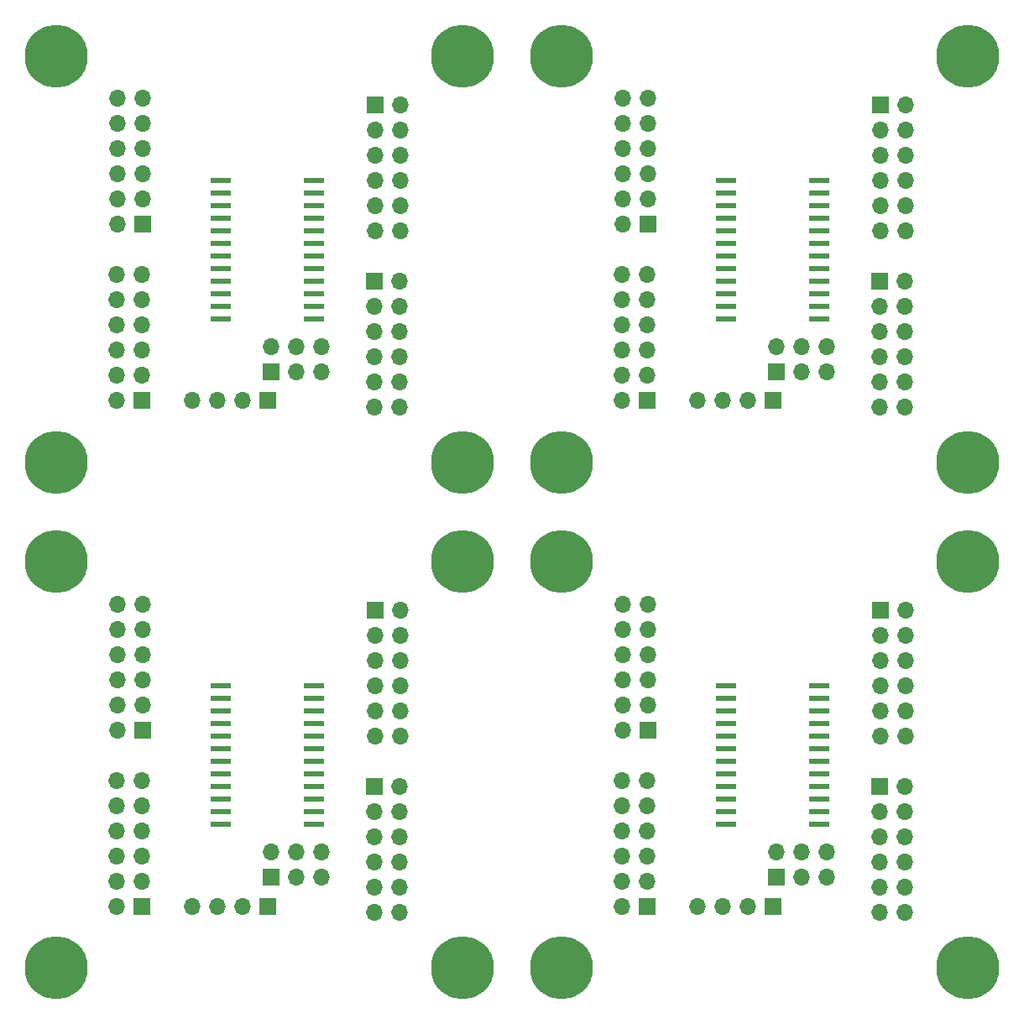
<source format=gts>
%MOIN*%
%OFA0B0*%
%FSLAX46Y46*%
%IPPOS*%
%LPD*%
%ADD10C,0.25*%
%ADD11R,0.066929133858267723X0.066929133858267723*%
%ADD12O,0.066929133858267723X0.066929133858267723*%
%ADD13R,0.07874015748031496X0.023622047244094488*%
%ADD24C,0.25*%
%ADD25R,0.066929133858267723X0.066929133858267723*%
%ADD26O,0.066929133858267723X0.066929133858267723*%
%ADD27R,0.07874015748031496X0.023622047244094488*%
%ADD28C,0.25*%
%ADD29R,0.066929133858267723X0.066929133858267723*%
%ADD30O,0.066929133858267723X0.066929133858267723*%
%ADD31R,0.07874015748031496X0.023622047244094488*%
%ADD32C,0.25*%
%ADD33R,0.066929133858267723X0.066929133858267723*%
%ADD34O,0.066929133858267723X0.066929133858267723*%
%ADD35R,0.07874015748031496X0.023622047244094488*%
G01*
D10*
X-0006102362Y0005078740D02*
X0000157480Y0001771653D03*
X0001771653Y0001771653D03*
X0000157480Y0000157480D03*
X0001771653Y0000157480D03*
D11*
X0000997637Y0000403740D03*
D12*
X0000897637Y0000403740D03*
X0000797637Y0000403740D03*
X0000697637Y0000403740D03*
D11*
X0001012637Y0000518740D03*
D12*
X0001012637Y0000618740D03*
X0001112637Y0000518740D03*
X0001112637Y0000618740D03*
X0001212637Y0000518740D03*
X0001212637Y0000618740D03*
D13*
X0001182677Y0000728740D03*
X0001182677Y0000778740D03*
X0001182677Y0000828740D03*
X0001182677Y0000878740D03*
X0001182677Y0000928740D03*
X0001182677Y0000978740D03*
X0001182677Y0001028740D03*
X0001182677Y0001078740D03*
X0001182677Y0001128740D03*
X0001182677Y0001178740D03*
X0001182677Y0001228740D03*
X0001182677Y0001278740D03*
X0000812598Y0001278740D03*
X0000812598Y0001228740D03*
X0000812598Y0001178740D03*
X0000812598Y0001128740D03*
X0000812598Y0001078740D03*
X0000812598Y0001028740D03*
X0000812598Y0000978740D03*
X0000812598Y0000928740D03*
X0000812598Y0000878740D03*
X0000812598Y0000828740D03*
X0000812598Y0000778740D03*
X0000812598Y0000728740D03*
D11*
X0001425196Y0001578740D03*
D12*
X0001525196Y0001578740D03*
X0001425196Y0001478740D03*
X0001525196Y0001478740D03*
X0001425196Y0001378740D03*
X0001525196Y0001378740D03*
X0001425196Y0001278740D03*
X0001525196Y0001278740D03*
X0001425196Y0001178740D03*
X0001525196Y0001178740D03*
X0001425196Y0001078740D03*
X0001525196Y0001078740D03*
D11*
X0000497637Y0000403740D03*
D12*
X0000397637Y0000403740D03*
X0000497637Y0000503740D03*
X0000397637Y0000503740D03*
X0000497637Y0000603740D03*
X0000397637Y0000603740D03*
X0000497637Y0000703740D03*
X0000397637Y0000703740D03*
X0000497637Y0000803740D03*
X0000397637Y0000803740D03*
X0000497637Y0000903740D03*
X0000397637Y0000903740D03*
D11*
X0001422637Y0000878740D03*
D12*
X0001522637Y0000878740D03*
X0001422637Y0000778740D03*
X0001522637Y0000778740D03*
X0001422637Y0000678740D03*
X0001522637Y0000678740D03*
X0001422637Y0000578740D03*
X0001522637Y0000578740D03*
X0001422637Y0000478740D03*
X0001522637Y0000478740D03*
X0001422637Y0000378740D03*
X0001522637Y0000378740D03*
D11*
X0000502637Y0001103740D03*
D12*
X0000402637Y0001103740D03*
X0000502637Y0001203740D03*
X0000402637Y0001203740D03*
X0000502637Y0001303740D03*
X0000402637Y0001303740D03*
X0000502637Y0001403740D03*
X0000402637Y0001403740D03*
X0000502637Y0001503740D03*
X0000402637Y0001503740D03*
X0000502637Y0001603740D03*
X0000402637Y0001603740D03*
G04 next file*
G04 Gerber Fmt 4.6, Leading zero omitted, Abs format (unit mm)*
G04 Created by KiCad (PCBNEW (6.0.1)) date 2022-05-17 18:17:59*
G01*
G04 APERTURE LIST*
G04 APERTURE END LIST*
D24*
X-0004094488Y0005078740D02*
X0002165354Y0001771653D03*
X0003779527Y0001771653D03*
X0002165354Y0000157480D03*
X0003779527Y0000157480D03*
D25*
X0003005511Y0000403740D03*
D26*
X0002905511Y0000403740D03*
X0002805511Y0000403740D03*
X0002705511Y0000403740D03*
D25*
X0003020511Y0000518740D03*
D26*
X0003020511Y0000618740D03*
X0003120511Y0000518740D03*
X0003120511Y0000618740D03*
X0003220511Y0000518740D03*
X0003220511Y0000618740D03*
D27*
X0003190551Y0000728740D03*
X0003190551Y0000778740D03*
X0003190551Y0000828740D03*
X0003190551Y0000878740D03*
X0003190551Y0000928740D03*
X0003190551Y0000978740D03*
X0003190551Y0001028740D03*
X0003190551Y0001078740D03*
X0003190551Y0001128740D03*
X0003190551Y0001178740D03*
X0003190551Y0001228740D03*
X0003190551Y0001278740D03*
X0002820472Y0001278740D03*
X0002820472Y0001228740D03*
X0002820472Y0001178740D03*
X0002820472Y0001128740D03*
X0002820472Y0001078740D03*
X0002820472Y0001028740D03*
X0002820472Y0000978740D03*
X0002820472Y0000928740D03*
X0002820472Y0000878740D03*
X0002820472Y0000828740D03*
X0002820472Y0000778740D03*
X0002820472Y0000728740D03*
D25*
X0003433070Y0001578740D03*
D26*
X0003533070Y0001578740D03*
X0003433070Y0001478740D03*
X0003533070Y0001478740D03*
X0003433070Y0001378740D03*
X0003533070Y0001378740D03*
X0003433070Y0001278740D03*
X0003533070Y0001278740D03*
X0003433070Y0001178740D03*
X0003533070Y0001178740D03*
X0003433070Y0001078740D03*
X0003533070Y0001078740D03*
D25*
X0002505511Y0000403740D03*
D26*
X0002405511Y0000403740D03*
X0002505511Y0000503740D03*
X0002405511Y0000503740D03*
X0002505511Y0000603740D03*
X0002405511Y0000603740D03*
X0002505511Y0000703740D03*
X0002405511Y0000703740D03*
X0002505511Y0000803740D03*
X0002405511Y0000803740D03*
X0002505511Y0000903740D03*
X0002405511Y0000903740D03*
D25*
X0003430511Y0000878740D03*
D26*
X0003530511Y0000878740D03*
X0003430511Y0000778740D03*
X0003530511Y0000778740D03*
X0003430511Y0000678740D03*
X0003530511Y0000678740D03*
X0003430511Y0000578740D03*
X0003530511Y0000578740D03*
X0003430511Y0000478740D03*
X0003530511Y0000478740D03*
X0003430511Y0000378740D03*
X0003530511Y0000378740D03*
D25*
X0002510511Y0001103740D03*
D26*
X0002410511Y0001103740D03*
X0002510511Y0001203740D03*
X0002410511Y0001203740D03*
X0002510511Y0001303740D03*
X0002410511Y0001303740D03*
X0002510511Y0001403740D03*
X0002410511Y0001403740D03*
X0002510511Y0001503740D03*
X0002410511Y0001503740D03*
X0002510511Y0001603740D03*
X0002410511Y0001603740D03*
G04 next file*
G04 Gerber Fmt 4.6, Leading zero omitted, Abs format (unit mm)*
G04 Created by KiCad (PCBNEW (6.0.1)) date 2022-05-17 18:17:59*
G01*
G04 APERTURE LIST*
G04 APERTURE END LIST*
D28*
X-0006102362Y0007086614D02*
X0000157480Y0003779527D03*
X0001771653Y0003779527D03*
X0000157480Y0002165354D03*
X0001771653Y0002165354D03*
D29*
X0000997637Y0002411614D03*
D30*
X0000897637Y0002411614D03*
X0000797637Y0002411614D03*
X0000697637Y0002411614D03*
D29*
X0001012637Y0002526614D03*
D30*
X0001012637Y0002626614D03*
X0001112637Y0002526614D03*
X0001112637Y0002626614D03*
X0001212637Y0002526614D03*
X0001212637Y0002626614D03*
D31*
X0001182677Y0002736614D03*
X0001182677Y0002786614D03*
X0001182677Y0002836614D03*
X0001182677Y0002886614D03*
X0001182677Y0002936614D03*
X0001182677Y0002986614D03*
X0001182677Y0003036614D03*
X0001182677Y0003086614D03*
X0001182677Y0003136614D03*
X0001182677Y0003186614D03*
X0001182677Y0003236614D03*
X0001182677Y0003286614D03*
X0000812598Y0003286614D03*
X0000812598Y0003236614D03*
X0000812598Y0003186614D03*
X0000812598Y0003136614D03*
X0000812598Y0003086614D03*
X0000812598Y0003036614D03*
X0000812598Y0002986614D03*
X0000812598Y0002936614D03*
X0000812598Y0002886614D03*
X0000812598Y0002836614D03*
X0000812598Y0002786614D03*
X0000812598Y0002736614D03*
D29*
X0001425196Y0003586614D03*
D30*
X0001525196Y0003586614D03*
X0001425196Y0003486614D03*
X0001525196Y0003486614D03*
X0001425196Y0003386614D03*
X0001525196Y0003386614D03*
X0001425196Y0003286614D03*
X0001525196Y0003286614D03*
X0001425196Y0003186614D03*
X0001525196Y0003186614D03*
X0001425196Y0003086614D03*
X0001525196Y0003086614D03*
D29*
X0000497637Y0002411614D03*
D30*
X0000397637Y0002411614D03*
X0000497637Y0002511614D03*
X0000397637Y0002511614D03*
X0000497637Y0002611614D03*
X0000397637Y0002611614D03*
X0000497637Y0002711614D03*
X0000397637Y0002711614D03*
X0000497637Y0002811614D03*
X0000397637Y0002811614D03*
X0000497637Y0002911614D03*
X0000397637Y0002911614D03*
D29*
X0001422637Y0002886614D03*
D30*
X0001522637Y0002886614D03*
X0001422637Y0002786614D03*
X0001522637Y0002786614D03*
X0001422637Y0002686614D03*
X0001522637Y0002686614D03*
X0001422637Y0002586614D03*
X0001522637Y0002586614D03*
X0001422637Y0002486614D03*
X0001522637Y0002486614D03*
X0001422637Y0002386614D03*
X0001522637Y0002386614D03*
D29*
X0000502637Y0003111614D03*
D30*
X0000402637Y0003111614D03*
X0000502637Y0003211614D03*
X0000402637Y0003211614D03*
X0000502637Y0003311614D03*
X0000402637Y0003311614D03*
X0000502637Y0003411614D03*
X0000402637Y0003411614D03*
X0000502637Y0003511614D03*
X0000402637Y0003511614D03*
X0000502637Y0003611614D03*
X0000402637Y0003611614D03*
G04 next file*
G04 Gerber Fmt 4.6, Leading zero omitted, Abs format (unit mm)*
G04 Created by KiCad (PCBNEW (6.0.1)) date 2022-05-17 18:17:59*
G01*
G04 APERTURE LIST*
G04 APERTURE END LIST*
D32*
X-0004094488Y0007086614D02*
X0002165354Y0003779527D03*
X0003779527Y0003779527D03*
X0002165354Y0002165354D03*
X0003779527Y0002165354D03*
D33*
X0003005511Y0002411614D03*
D34*
X0002905511Y0002411614D03*
X0002805511Y0002411614D03*
X0002705511Y0002411614D03*
D33*
X0003020511Y0002526614D03*
D34*
X0003020511Y0002626614D03*
X0003120511Y0002526614D03*
X0003120511Y0002626614D03*
X0003220511Y0002526614D03*
X0003220511Y0002626614D03*
D35*
X0003190551Y0002736614D03*
X0003190551Y0002786614D03*
X0003190551Y0002836614D03*
X0003190551Y0002886614D03*
X0003190551Y0002936614D03*
X0003190551Y0002986614D03*
X0003190551Y0003036614D03*
X0003190551Y0003086614D03*
X0003190551Y0003136614D03*
X0003190551Y0003186614D03*
X0003190551Y0003236614D03*
X0003190551Y0003286614D03*
X0002820472Y0003286614D03*
X0002820472Y0003236614D03*
X0002820472Y0003186614D03*
X0002820472Y0003136614D03*
X0002820472Y0003086614D03*
X0002820472Y0003036614D03*
X0002820472Y0002986614D03*
X0002820472Y0002936614D03*
X0002820472Y0002886614D03*
X0002820472Y0002836614D03*
X0002820472Y0002786614D03*
X0002820472Y0002736614D03*
D33*
X0003433070Y0003586614D03*
D34*
X0003533070Y0003586614D03*
X0003433070Y0003486614D03*
X0003533070Y0003486614D03*
X0003433070Y0003386614D03*
X0003533070Y0003386614D03*
X0003433070Y0003286614D03*
X0003533070Y0003286614D03*
X0003433070Y0003186614D03*
X0003533070Y0003186614D03*
X0003433070Y0003086614D03*
X0003533070Y0003086614D03*
D33*
X0002505511Y0002411614D03*
D34*
X0002405511Y0002411614D03*
X0002505511Y0002511614D03*
X0002405511Y0002511614D03*
X0002505511Y0002611614D03*
X0002405511Y0002611614D03*
X0002505511Y0002711614D03*
X0002405511Y0002711614D03*
X0002505511Y0002811614D03*
X0002405511Y0002811614D03*
X0002505511Y0002911614D03*
X0002405511Y0002911614D03*
D33*
X0003430511Y0002886614D03*
D34*
X0003530511Y0002886614D03*
X0003430511Y0002786614D03*
X0003530511Y0002786614D03*
X0003430511Y0002686614D03*
X0003530511Y0002686614D03*
X0003430511Y0002586614D03*
X0003530511Y0002586614D03*
X0003430511Y0002486614D03*
X0003530511Y0002486614D03*
X0003430511Y0002386614D03*
X0003530511Y0002386614D03*
D33*
X0002510511Y0003111614D03*
D34*
X0002410511Y0003111614D03*
X0002510511Y0003211614D03*
X0002410511Y0003211614D03*
X0002510511Y0003311614D03*
X0002410511Y0003311614D03*
X0002510511Y0003411614D03*
X0002410511Y0003411614D03*
X0002510511Y0003511614D03*
X0002410511Y0003511614D03*
X0002510511Y0003611614D03*
X0002410511Y0003611614D03*
M02*
</source>
